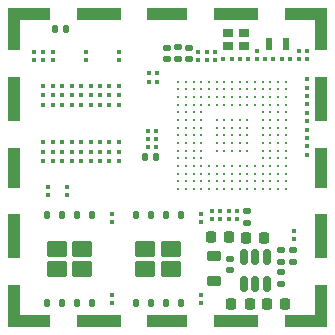
<source format=gbr>
%TF.GenerationSoftware,KiCad,Pcbnew,8.0.1*%
%TF.CreationDate,2024-09-11T08:29:47+07:00*%
%TF.ProjectId,siplex-som-s16,7369706c-6578-42d7-936f-6d2d7331362e,rev?*%
%TF.SameCoordinates,Original*%
%TF.FileFunction,Paste,Top*%
%TF.FilePolarity,Positive*%
%FSLAX46Y46*%
G04 Gerber Fmt 4.6, Leading zero omitted, Abs format (unit mm)*
G04 Created by KiCad (PCBNEW 8.0.1) date 2024-09-11 08:29:47*
%MOMM*%
%LPD*%
G01*
G04 APERTURE LIST*
G04 Aperture macros list*
%AMRoundRect*
0 Rectangle with rounded corners*
0 $1 Rounding radius*
0 $2 $3 $4 $5 $6 $7 $8 $9 X,Y pos of 4 corners*
0 Add a 4 corners polygon primitive as box body*
4,1,4,$2,$3,$4,$5,$6,$7,$8,$9,$2,$3,0*
0 Add four circle primitives for the rounded corners*
1,1,$1+$1,$2,$3*
1,1,$1+$1,$4,$5*
1,1,$1+$1,$6,$7*
1,1,$1+$1,$8,$9*
0 Add four rect primitives between the rounded corners*
20,1,$1+$1,$2,$3,$4,$5,0*
20,1,$1+$1,$4,$5,$6,$7,0*
20,1,$1+$1,$6,$7,$8,$9,0*
20,1,$1+$1,$8,$9,$2,$3,0*%
G04 Aperture macros list end*
%ADD10RoundRect,0.079500X0.100500X-0.079500X0.100500X0.079500X-0.100500X0.079500X-0.100500X-0.079500X0*%
%ADD11RoundRect,0.225000X0.225000X0.250000X-0.225000X0.250000X-0.225000X-0.250000X0.225000X-0.250000X0*%
%ADD12RoundRect,0.079500X-0.079500X-0.100500X0.079500X-0.100500X0.079500X0.100500X-0.079500X0.100500X0*%
%ADD13RoundRect,0.079500X-0.100500X0.079500X-0.100500X-0.079500X0.100500X-0.079500X0.100500X0.079500X0*%
%ADD14RoundRect,0.250000X-0.615000X0.435000X-0.615000X-0.435000X0.615000X-0.435000X0.615000X0.435000X0*%
%ADD15RoundRect,0.125000X-0.125000X0.200000X-0.125000X-0.200000X0.125000X-0.200000X0.125000X0.200000X0*%
%ADD16RoundRect,0.140000X0.140000X0.170000X-0.140000X0.170000X-0.140000X-0.170000X0.140000X-0.170000X0*%
%ADD17RoundRect,0.140000X-0.170000X0.140000X-0.170000X-0.140000X0.170000X-0.140000X0.170000X0.140000X0*%
%ADD18RoundRect,0.135000X0.185000X-0.135000X0.185000X0.135000X-0.185000X0.135000X-0.185000X-0.135000X0*%
%ADD19C,0.300002*%
%ADD20RoundRect,0.135000X-0.185000X0.135000X-0.185000X-0.135000X0.185000X-0.135000X0.185000X0.135000X0*%
%ADD21R,1.000000X1.000000*%
%ADD22R,2.570000X1.000000*%
%ADD23R,3.800000X1.000000*%
%ADD24R,3.470000X1.000000*%
%ADD25R,1.000000X2.570000*%
%ADD26R,1.000000X3.800000*%
%ADD27R,1.000000X3.470000*%
%ADD28C,0.400000*%
%ADD29R,0.600000X1.100000*%
%ADD30RoundRect,0.218750X0.381250X-0.218750X0.381250X0.218750X-0.381250X0.218750X-0.381250X-0.218750X0*%
%ADD31RoundRect,0.079500X0.079500X0.100500X-0.079500X0.100500X-0.079500X-0.100500X0.079500X-0.100500X0*%
%ADD32RoundRect,0.225000X-0.225000X-0.250000X0.225000X-0.250000X0.225000X0.250000X-0.225000X0.250000X0*%
%ADD33RoundRect,0.140000X-0.140000X-0.170000X0.140000X-0.170000X0.140000X0.170000X-0.140000X0.170000X0*%
%ADD34R,0.900000X0.800000*%
%ADD35RoundRect,0.140000X0.170000X-0.140000X0.170000X0.140000X-0.170000X0.140000X-0.170000X-0.140000X0*%
%ADD36RoundRect,0.150000X0.150000X-0.512500X0.150000X0.512500X-0.150000X0.512500X-0.150000X-0.512500X0*%
%ADD37RoundRect,0.147500X-0.172500X0.147500X-0.172500X-0.147500X0.172500X-0.147500X0.172500X0.147500X0*%
G04 APERTURE END LIST*
D10*
%TO.C,C38*%
X143124400Y-109579600D03*
X143124400Y-108889600D03*
%TD*%
%TO.C,C29*%
X131794400Y-100395600D03*
X131794400Y-99705600D03*
%TD*%
D11*
%TO.C,C36*%
X145504200Y-103987600D03*
X143954200Y-103987600D03*
%TD*%
D12*
%TO.C,C9*%
X138720000Y-90068400D03*
X139410000Y-90068400D03*
%TD*%
D13*
%TO.C,C33*%
X129794000Y-88275600D03*
X129794000Y-88965600D03*
%TD*%
D14*
%TO.C,U5*%
X140597200Y-104954600D03*
X138447200Y-104954600D03*
X140597200Y-106654600D03*
X138447200Y-106654600D03*
D15*
X141427200Y-102054600D03*
X140157200Y-102054600D03*
X138887200Y-102054600D03*
X137617200Y-102054600D03*
X137617200Y-109554600D03*
X138887200Y-109554600D03*
X140157200Y-109554600D03*
X141427200Y-109554600D03*
%TD*%
D16*
%TO.C,C1*%
X139367200Y-97180400D03*
X138407200Y-97180400D03*
%TD*%
D17*
%TO.C,C40*%
X142113000Y-87937400D03*
X142113000Y-88897400D03*
%TD*%
D10*
%TO.C,C22*%
X145516600Y-102402200D03*
X145516600Y-101712200D03*
%TD*%
%TO.C,R4*%
X135631400Y-102719600D03*
X135631400Y-102029600D03*
%TD*%
D13*
%TO.C,C15*%
X151003000Y-103439400D03*
X151003000Y-104129400D03*
%TD*%
D18*
%TO.C,R6*%
X149936200Y-107924600D03*
X149936200Y-106904600D03*
%TD*%
D12*
%TO.C,C13*%
X138685400Y-95666200D03*
X139375400Y-95666200D03*
%TD*%
D13*
%TO.C,R3*%
X151409400Y-88184600D03*
X151409400Y-88874600D03*
%TD*%
D12*
%TO.C,C11*%
X138685400Y-96367600D03*
X139375400Y-96367600D03*
%TD*%
D10*
%TO.C,C26*%
X130194400Y-100395600D03*
X130194400Y-99705600D03*
%TD*%
D19*
%TO.C,U1*%
X150320600Y-90791200D03*
X150320600Y-91441200D03*
X150320600Y-92091200D03*
X150320600Y-92741200D03*
X150320600Y-93391200D03*
X150320600Y-94041200D03*
X150320600Y-94691200D03*
X150320600Y-95341200D03*
X150320600Y-95991200D03*
X150320600Y-96641200D03*
X150320600Y-97291200D03*
X150320600Y-97941200D03*
X150320600Y-98591200D03*
X150320600Y-99241200D03*
X150320600Y-99891200D03*
X149670600Y-90791200D03*
X149670600Y-91441200D03*
X149670600Y-92091200D03*
X149670600Y-92741200D03*
X149670600Y-93391200D03*
X149670600Y-94041200D03*
X149670600Y-94691200D03*
X149670600Y-95341200D03*
X149670600Y-95991200D03*
X149670600Y-96641200D03*
X149670600Y-97291200D03*
X149670600Y-97941200D03*
X149670600Y-98591200D03*
X149670600Y-99241200D03*
X149670600Y-99891200D03*
X149020600Y-90791200D03*
X149020600Y-91441200D03*
X149020600Y-92091200D03*
X149020600Y-92741200D03*
X149020600Y-93391200D03*
X149020600Y-94041200D03*
X149020600Y-94691200D03*
X149020600Y-95341200D03*
X149020600Y-95991200D03*
X149020600Y-96641200D03*
X149020600Y-97291200D03*
X149020600Y-97941200D03*
X149020600Y-98591200D03*
X149020600Y-99241200D03*
X149020600Y-99891200D03*
X148370600Y-90791200D03*
X148370600Y-91441200D03*
X148370600Y-92091200D03*
X148370600Y-92741200D03*
X148370600Y-93391200D03*
X148370600Y-94041200D03*
X148370600Y-94691200D03*
X148370600Y-95341200D03*
X148370600Y-95991200D03*
X148370600Y-96641200D03*
X148370600Y-97291200D03*
X148370600Y-97941200D03*
X148370600Y-98591200D03*
X148370600Y-99241200D03*
X148370600Y-99891200D03*
X147720600Y-90791200D03*
X147720600Y-91441200D03*
X147720600Y-92091200D03*
X147720600Y-92741200D03*
X147720600Y-97941200D03*
X147720600Y-98591200D03*
X147720600Y-99241200D03*
X147720600Y-99891200D03*
X147070600Y-90791200D03*
X147070600Y-91441200D03*
X147070600Y-92091200D03*
X147070600Y-92741200D03*
X147070600Y-94041200D03*
X147070600Y-94691200D03*
X147070600Y-95341200D03*
X147070600Y-95991200D03*
X147070600Y-96641200D03*
X147070600Y-97941200D03*
X147070600Y-98591200D03*
X147070600Y-99241200D03*
X147070600Y-99891200D03*
X146420600Y-90791200D03*
X146420600Y-91441200D03*
X146420600Y-92091200D03*
X146420600Y-92741200D03*
X146420600Y-94041200D03*
X146420600Y-94691200D03*
X146420600Y-95341200D03*
X146420600Y-95991200D03*
X146420600Y-96641200D03*
X146420600Y-97941200D03*
X146420600Y-98591200D03*
X146420600Y-99241200D03*
X146420600Y-99891200D03*
X145770600Y-90791200D03*
X145770600Y-91441200D03*
X145770600Y-92091200D03*
X145770600Y-92741200D03*
X145770600Y-94041200D03*
X145770600Y-94691200D03*
X145770600Y-95341200D03*
X145770600Y-95991200D03*
X145770600Y-96641200D03*
X145770600Y-97941200D03*
X145770600Y-98591200D03*
X145770600Y-99241200D03*
X145770600Y-99891200D03*
X145120600Y-90791200D03*
X145120600Y-91441200D03*
X145120600Y-92091200D03*
X145120600Y-92741200D03*
X145120600Y-94041200D03*
X145120600Y-94691200D03*
X145120600Y-95341200D03*
X145120600Y-95991200D03*
X145120600Y-96641200D03*
X145120600Y-97941200D03*
X145120600Y-98591200D03*
X145120600Y-99241200D03*
X145120600Y-99891200D03*
X144470600Y-90791200D03*
X144470600Y-91441200D03*
X144470600Y-92091200D03*
X144470600Y-92741200D03*
X144470600Y-94041200D03*
X144470600Y-94691200D03*
X144470600Y-95341200D03*
X144470600Y-95991200D03*
X144470600Y-96641200D03*
X144470600Y-97941200D03*
X144470600Y-98591200D03*
X144470600Y-99241200D03*
X144470600Y-99891200D03*
X143820600Y-90791200D03*
X143820600Y-91441200D03*
X143820600Y-92091200D03*
X143820600Y-92741200D03*
X143820600Y-97941200D03*
X143820600Y-98591200D03*
X143820600Y-99241200D03*
X143820600Y-99891200D03*
X143170600Y-90791200D03*
X143170600Y-91441200D03*
X143170600Y-92091200D03*
X143170600Y-92741200D03*
X143170600Y-93391200D03*
X143170600Y-94041200D03*
X143170600Y-94691200D03*
X143170600Y-95341200D03*
X143170600Y-95991200D03*
X143170600Y-96641200D03*
X143170600Y-97291200D03*
X143170600Y-97941200D03*
X143170600Y-98591200D03*
X143170600Y-99241200D03*
X143170600Y-99891200D03*
X142520600Y-90791200D03*
X142520600Y-91441200D03*
X142520600Y-92091200D03*
X142520600Y-92741200D03*
X142520600Y-93391200D03*
X142520600Y-94041200D03*
X142520600Y-94691200D03*
X142520600Y-95341200D03*
X142520600Y-95991200D03*
X142520600Y-96641200D03*
X142520600Y-97291200D03*
X142520600Y-97941200D03*
X142520600Y-98591200D03*
X142520600Y-99241200D03*
X142520600Y-99891200D03*
X141870600Y-90791200D03*
X141870600Y-91441200D03*
X141870600Y-92091200D03*
X141870600Y-92741200D03*
X141870600Y-93391200D03*
X141870600Y-94041200D03*
X141870600Y-94691200D03*
X141870600Y-95341200D03*
X141870600Y-95991200D03*
X141870600Y-96641200D03*
X141870600Y-97291200D03*
X141870600Y-97941200D03*
X141870600Y-98591200D03*
X141870600Y-99241200D03*
X141870600Y-99891200D03*
X141220600Y-90791200D03*
X141220600Y-91441200D03*
X141220600Y-92091200D03*
X141220600Y-92741200D03*
X141220600Y-93391200D03*
X141220600Y-94041200D03*
X141220600Y-94691200D03*
X141220600Y-95341200D03*
X141220600Y-95991200D03*
X141220600Y-96641200D03*
X141220600Y-97291200D03*
X141220600Y-97941200D03*
X141220600Y-98591200D03*
X141220600Y-99241200D03*
X141220600Y-99891200D03*
%TD*%
D12*
%TO.C,C4*%
X146446600Y-88879200D03*
X147136600Y-88879200D03*
%TD*%
D20*
%TO.C,R8*%
X150901400Y-105027000D03*
X150901400Y-106047000D03*
%TD*%
D13*
%TO.C,C25*%
X152120600Y-94879600D03*
X152120600Y-95569600D03*
%TD*%
D17*
%TO.C,C2*%
X147040600Y-101780400D03*
X147040600Y-102740400D03*
%TD*%
D12*
%TO.C,C6*%
X149990400Y-88873400D03*
X150680400Y-88873400D03*
%TD*%
D13*
%TO.C,C32*%
X128994000Y-88275600D03*
X128994000Y-88965600D03*
%TD*%
D14*
%TO.C,U3*%
X133104200Y-104954600D03*
X130954200Y-104954600D03*
X133104200Y-106654600D03*
X130954200Y-106654600D03*
D15*
X133934200Y-102054600D03*
X132664200Y-102054600D03*
X131394200Y-102054600D03*
X130124200Y-102054600D03*
X130124200Y-109554600D03*
X131394200Y-109554600D03*
X132664200Y-109554600D03*
X133934200Y-109554600D03*
%TD*%
D21*
%TO.C,J1*%
X153315800Y-85066800D03*
D22*
X151530800Y-85066800D03*
D23*
X146145800Y-85066800D03*
D24*
X140310800Y-85066800D03*
D23*
X134475800Y-85066800D03*
D22*
X129090800Y-85066800D03*
D21*
X127305800Y-85066800D03*
D25*
X153315800Y-86851800D03*
X127305800Y-86851800D03*
D26*
X153315800Y-92236800D03*
X127305800Y-92236800D03*
D27*
X153315800Y-98071800D03*
X127305800Y-98071800D03*
D26*
X153315800Y-103906800D03*
X127305800Y-103906800D03*
D25*
X153315800Y-109291800D03*
X127305800Y-109291800D03*
D21*
X153315800Y-111076800D03*
D22*
X151530800Y-111076800D03*
D23*
X146145800Y-111076800D03*
D24*
X140310800Y-111076800D03*
D23*
X134475800Y-111076800D03*
D22*
X129090800Y-111076800D03*
D21*
X127305800Y-111076800D03*
%TD*%
D28*
%TO.C,U2*%
X129794400Y-97541200D03*
X129794400Y-96741200D03*
X129794400Y-95941200D03*
X129794400Y-92741200D03*
X129794400Y-91941200D03*
X129794400Y-91141200D03*
X130594400Y-97541200D03*
X130594400Y-96741200D03*
X130594400Y-95941200D03*
X130594400Y-92741200D03*
X130594400Y-91941200D03*
X130594400Y-91141200D03*
X131394400Y-97541200D03*
X131394400Y-96741200D03*
X131394400Y-95941200D03*
X131394400Y-92741200D03*
X131394400Y-91941200D03*
X131394400Y-91141200D03*
X132194400Y-97541200D03*
X132194400Y-96741200D03*
X132194400Y-95941200D03*
X132194400Y-92741200D03*
X132194400Y-91941200D03*
X132194400Y-91141200D03*
X132994400Y-97541200D03*
X132994400Y-96741200D03*
X132994400Y-95941200D03*
X132994400Y-92741200D03*
X132994400Y-91941200D03*
X132994400Y-91141200D03*
X133794400Y-97541200D03*
X133794400Y-96741200D03*
X133794400Y-95941200D03*
X133794400Y-92741200D03*
X133794400Y-91941200D03*
X133794400Y-91141200D03*
X134594400Y-97541200D03*
X134594400Y-96741200D03*
X134594400Y-95941200D03*
X134594400Y-92741200D03*
X134594400Y-91941200D03*
X134594400Y-91141200D03*
X135394400Y-97541200D03*
X135394400Y-96741200D03*
X135394400Y-95941200D03*
X135394400Y-92741200D03*
X135394400Y-91941200D03*
X135394400Y-91141200D03*
X136194400Y-97541200D03*
X136194400Y-96741200D03*
X136194400Y-95941200D03*
X136194400Y-92741200D03*
X136194400Y-91941200D03*
X136194400Y-91141200D03*
%TD*%
D10*
%TO.C,R5*%
X143124400Y-102719600D03*
X143124400Y-102029600D03*
%TD*%
%TO.C,C31*%
X135631400Y-109579600D03*
X135631400Y-108889600D03*
%TD*%
D13*
%TO.C,C27*%
X130594000Y-88275600D03*
X130594000Y-88965600D03*
%TD*%
%TO.C,C14*%
X152120600Y-93457200D03*
X152120600Y-94147200D03*
%TD*%
D29*
%TO.C,Y2*%
X148935400Y-87603400D03*
X150335400Y-87603400D03*
%TD*%
D30*
%TO.C,L2*%
X144246600Y-107691700D03*
X144246600Y-105566700D03*
%TD*%
D13*
%TO.C,C30*%
X133394400Y-88275600D03*
X133394400Y-88965600D03*
%TD*%
D31*
%TO.C,C7*%
X149280400Y-88873400D03*
X148590400Y-88873400D03*
%TD*%
D32*
%TO.C,C44*%
X146958200Y-103998700D03*
X148508200Y-103998700D03*
%TD*%
D13*
%TO.C,C16*%
X152120600Y-90612400D03*
X152120600Y-91302400D03*
%TD*%
D20*
%TO.C,R7*%
X149936200Y-105027000D03*
X149936200Y-106047000D03*
%TD*%
D32*
%TO.C,C34*%
X148701800Y-109586700D03*
X150251800Y-109586700D03*
%TD*%
D13*
%TO.C,R1*%
X152120600Y-88184600D03*
X152120600Y-88874600D03*
%TD*%
D31*
%TO.C,C5*%
X145736600Y-88879200D03*
X145046600Y-88879200D03*
%TD*%
D10*
%TO.C,C18*%
X144795600Y-102402200D03*
X144795600Y-101712200D03*
%TD*%
D13*
%TO.C,C20*%
X142925800Y-88250200D03*
X142925800Y-88940200D03*
%TD*%
%TO.C,C28*%
X136194400Y-88275600D03*
X136194400Y-88965600D03*
%TD*%
D11*
%TO.C,C42*%
X147256800Y-109586700D03*
X145706800Y-109586700D03*
%TD*%
D33*
%TO.C,C10*%
X130785800Y-86385400D03*
X131745800Y-86385400D03*
%TD*%
D12*
%TO.C,C12*%
X138685400Y-94945200D03*
X139375400Y-94945200D03*
%TD*%
D34*
%TO.C,Y1*%
X146791600Y-86678200D03*
X145391600Y-86678200D03*
X145391600Y-87778200D03*
X146791600Y-87778200D03*
%TD*%
D10*
%TO.C,C17*%
X144094200Y-102402200D03*
X144094200Y-101712200D03*
%TD*%
%TO.C,C24*%
X152120600Y-96981200D03*
X152120600Y-96291200D03*
%TD*%
D35*
%TO.C,C8*%
X140233400Y-88872000D03*
X140233400Y-87912000D03*
%TD*%
D13*
%TO.C,C3*%
X144339000Y-88254800D03*
X144339000Y-88944800D03*
%TD*%
D12*
%TO.C,C39*%
X138720000Y-90791200D03*
X139410000Y-90791200D03*
%TD*%
D36*
%TO.C,U7*%
X146801800Y-107924600D03*
X147751800Y-107924600D03*
X148701800Y-107924600D03*
X148701800Y-105649600D03*
X147751800Y-105649600D03*
X146801800Y-105649600D03*
%TD*%
D10*
%TO.C,C23*%
X146227800Y-102402200D03*
X146227800Y-101712200D03*
%TD*%
D17*
%TO.C,C43*%
X145567400Y-105827100D03*
X145567400Y-106787100D03*
%TD*%
D37*
%TO.C,L1*%
X141173200Y-87907000D03*
X141173200Y-88877000D03*
%TD*%
D13*
%TO.C,R2*%
X143637000Y-88254800D03*
X143637000Y-88944800D03*
%TD*%
%TO.C,C19*%
X152120600Y-92034800D03*
X152120600Y-92724800D03*
%TD*%
%TO.C,C21*%
X147878800Y-88214200D03*
X147878800Y-88904200D03*
%TD*%
M02*

</source>
